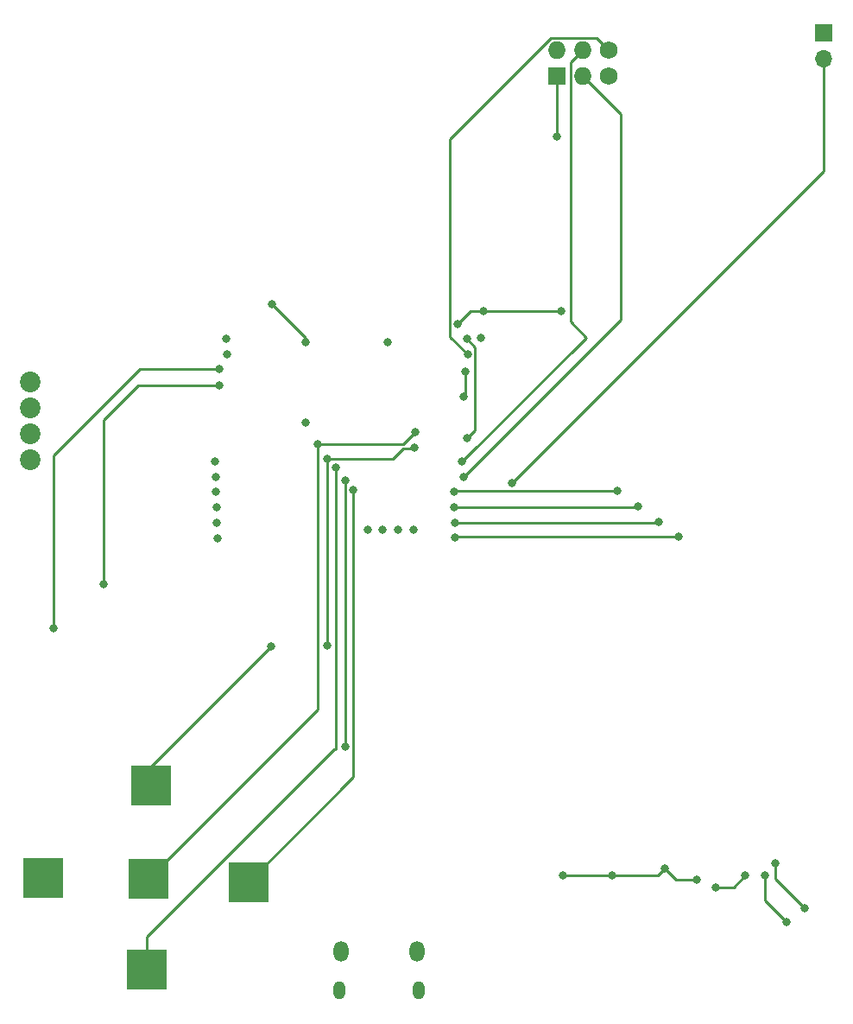
<source format=gbr>
%TF.GenerationSoftware,KiCad,Pcbnew,(5.1.10)-1*%
%TF.CreationDate,2021-11-08T11:40:21-08:00*%
%TF.ProjectId,ProspectBoards,50726f73-7065-4637-9442-6f617264732e,rev?*%
%TF.SameCoordinates,Original*%
%TF.FileFunction,Copper,L1,Top*%
%TF.FilePolarity,Positive*%
%FSLAX46Y46*%
G04 Gerber Fmt 4.6, Leading zero omitted, Abs format (unit mm)*
G04 Created by KiCad (PCBNEW (5.1.10)-1) date 2021-11-08 11:40:21*
%MOMM*%
%LPD*%
G01*
G04 APERTURE LIST*
%TA.AperFunction,ComponentPad*%
%ADD10R,1.700000X1.700000*%
%TD*%
%TA.AperFunction,ComponentPad*%
%ADD11O,1.700000X1.700000*%
%TD*%
%TA.AperFunction,ComponentPad*%
%ADD12O,1.150000X1.800000*%
%TD*%
%TA.AperFunction,ComponentPad*%
%ADD13O,1.450000X2.000000*%
%TD*%
%TA.AperFunction,ComponentPad*%
%ADD14C,1.727200*%
%TD*%
%TA.AperFunction,ComponentPad*%
%ADD15O,1.727200X1.727200*%
%TD*%
%TA.AperFunction,ComponentPad*%
%ADD16R,1.727200X1.727200*%
%TD*%
%TA.AperFunction,SMDPad,CuDef*%
%ADD17R,4.000000X4.000000*%
%TD*%
%TA.AperFunction,ComponentPad*%
%ADD18C,2.020000*%
%TD*%
%TA.AperFunction,ViaPad*%
%ADD19C,0.800000*%
%TD*%
%TA.AperFunction,Conductor*%
%ADD20C,0.250000*%
%TD*%
G04 APERTURE END LIST*
D10*
%TO.P,J1,1*%
%TO.N,GND*%
X159325000Y-50200000D03*
D11*
%TO.P,J1,2*%
%TO.N,Boot*%
X159325000Y-52740000D03*
%TD*%
D12*
%TO.P,J3,6*%
%TO.N,Net-(J3-Pad6)*%
X111825000Y-144000000D03*
X119575000Y-144000000D03*
D13*
X111975000Y-140200000D03*
X119425000Y-140200000D03*
%TD*%
D14*
%TO.P,X1,5*%
%TO.N,IO01*%
X138180200Y-51898400D03*
%TO.P,X1,6*%
%TO.N,IO02*%
X138180200Y-54438400D03*
D15*
%TO.P,X1,3*%
%TO.N,IO08*%
X135640200Y-51898400D03*
%TO.P,X1,4*%
%TO.N,IO09*%
X135640200Y-54438400D03*
%TO.P,X1,1*%
%TO.N,VCC*%
X133100200Y-51898400D03*
D16*
%TO.P,X1,2*%
%TO.N,GND*%
X133100200Y-54438400D03*
%TD*%
D17*
%TO.P,TP5,1*%
%TO.N,IO05*%
X102875000Y-133375000D03*
%TD*%
%TO.P,TP4,1*%
%TO.N,IO04*%
X82775000Y-132950000D03*
%TD*%
%TO.P,TP3,1*%
%TO.N,IO03*%
X92950000Y-141950000D03*
%TD*%
%TO.P,TP2,1*%
%TO.N,IO07*%
X93350000Y-123925000D03*
%TD*%
%TO.P,TP1,1*%
%TO.N,IO06*%
X93075000Y-133075000D03*
%TD*%
D18*
%TO.P,J2,4*%
%TO.N,IO39*%
X81525000Y-91970000D03*
%TO.P,J2,3*%
%TO.N,IO40*%
X81525000Y-89430000D03*
%TO.P,J2,2*%
%TO.N,IO41*%
X81525000Y-86890000D03*
%TO.P,J2,1*%
%TO.N,IO42*%
X81525000Y-84350000D03*
%TD*%
D19*
%TO.N,*%
X157425000Y-135950000D03*
X154525000Y-131550000D03*
%TO.N,GND*%
X133700000Y-132725000D03*
X105200000Y-76800000D03*
X108500000Y-80525000D03*
X116575000Y-80500000D03*
X108475000Y-88375000D03*
X146825000Y-133125000D03*
X143750000Y-132050000D03*
X138525000Y-132725000D03*
X133100200Y-60374800D03*
X124150000Y-83350000D03*
X124025000Y-85825000D03*
X125675000Y-80100000D03*
%TO.N,VCC*%
X133550000Y-77400000D03*
X123375000Y-78725000D03*
X125950000Y-77400000D03*
%TO.N,VBUS*%
X148750000Y-133875000D03*
X151600000Y-132750000D03*
%TO.N,IO10*%
X139075000Y-95050000D03*
X123075000Y-95150004D03*
%TO.N,IO11*%
X141050000Y-96575000D03*
X123075000Y-96675000D03*
%TO.N,IO12*%
X143125000Y-98100000D03*
X123100000Y-98200000D03*
%TO.N,IO13*%
X145050000Y-99575000D03*
X123124991Y-99650009D03*
%TO.N,Boot*%
X124300000Y-80175000D03*
X124350000Y-89850000D03*
X128750000Y-94300000D03*
%TO.N,Net-(R2-Pad1)*%
X153500000Y-132725000D03*
X155625000Y-137325000D03*
%TO.N,IO01*%
X124375000Y-81675000D03*
%TO.N,IO03*%
X111450000Y-92750000D03*
%TO.N,IO04*%
X112350000Y-94000000D03*
X112350000Y-120100000D03*
X82700000Y-132925000D03*
%TO.N,IO05*%
X113150000Y-95000000D03*
%TO.N,IO46*%
X100725000Y-80175000D03*
%TO.N,IO45*%
X100775000Y-81675000D03*
%TO.N,IO38*%
X99600000Y-92175000D03*
%TO.N,IO37*%
X99700000Y-93675000D03*
%TO.N,IO36*%
X99725000Y-95175000D03*
%TO.N,IO35*%
X99775000Y-96675000D03*
%TO.N,IO34*%
X99775000Y-98175000D03*
%TO.N,IO33*%
X99850000Y-99675000D03*
%TO.N,IO17*%
X114550000Y-98875000D03*
%TO.N,IO16*%
X116050000Y-98875000D03*
%TO.N,IO15*%
X117550000Y-98850000D03*
%TO.N,IO14*%
X119050000Y-98875000D03*
%TO.N,IO06*%
X119250000Y-89300000D03*
X109650000Y-90475000D03*
%TO.N,IO07*%
X119125000Y-90775000D03*
X110575000Y-110236410D03*
X105150000Y-110300000D03*
X110575000Y-91925000D03*
%TO.N,IO08*%
X123850000Y-92175000D03*
%TO.N,IO09*%
X123950000Y-93675000D03*
%TO.N,USB_TX_ESP_RX*%
X83800000Y-108500000D03*
X100025000Y-83150000D03*
%TO.N,USB_RX_ESP_TX*%
X88675000Y-104225000D03*
X100000000Y-84700000D03*
%TD*%
D20*
%TO.N,*%
X154525000Y-133050000D02*
X157425000Y-135950000D01*
X154525000Y-131550000D02*
X154525000Y-133050000D01*
%TO.N,GND*%
X108500000Y-80100000D02*
X108500000Y-80525000D01*
X105200000Y-76800000D02*
X108500000Y-80100000D01*
X144825000Y-133125000D02*
X143750000Y-132050000D01*
X146825000Y-133125000D02*
X144825000Y-133125000D01*
X143075000Y-132725000D02*
X143750000Y-132050000D01*
X133700000Y-132725000D02*
X138525000Y-132725000D01*
X138525000Y-132725000D02*
X143075000Y-132725000D01*
X133100200Y-54438400D02*
X133100200Y-60374800D01*
X124150000Y-85700000D02*
X124025000Y-85825000D01*
X124150000Y-83350000D02*
X124150000Y-85700000D01*
%TO.N,VCC*%
X124700000Y-77400000D02*
X123375000Y-78725000D01*
X123300000Y-78650000D02*
X123375000Y-78725000D01*
X125950000Y-77400000D02*
X124700000Y-77400000D01*
X133550000Y-77400000D02*
X125950000Y-77400000D01*
%TO.N,VBUS*%
X148750000Y-133875000D02*
X150475000Y-133875000D01*
X150475000Y-133875000D02*
X151600000Y-132750000D01*
%TO.N,IO10*%
X139075000Y-95050000D02*
X124375000Y-95050000D01*
X124375000Y-95050000D02*
X123175004Y-95050000D01*
X123175004Y-95050000D02*
X123075000Y-95150004D01*
%TO.N,IO11*%
X141050000Y-96575000D02*
X140975000Y-96650000D01*
X140975000Y-96650000D02*
X123175000Y-96650000D01*
%TO.N,IO12*%
X143075000Y-98150000D02*
X123425000Y-98150000D01*
X143125000Y-98100000D02*
X143075000Y-98150000D01*
%TO.N,IO13*%
X145050000Y-99575000D02*
X123200000Y-99575000D01*
X123200000Y-99575000D02*
X123124991Y-99650009D01*
%TO.N,Boot*%
X125100001Y-80975001D02*
X125100001Y-89099999D01*
X124300000Y-80175000D02*
X125100001Y-80975001D01*
X125100001Y-89099999D02*
X124350000Y-89850000D01*
X124350000Y-89850000D02*
X124350000Y-89850000D01*
X159325000Y-63725000D02*
X159325000Y-52740000D01*
X128750000Y-94300000D02*
X159325000Y-63725000D01*
%TO.N,Net-(R2-Pad1)*%
X153500000Y-132725000D02*
X153500000Y-135200000D01*
X153500000Y-135200000D02*
X155625000Y-137325000D01*
%TO.N,IO01*%
X136991599Y-50709799D02*
X138180200Y-51898400D01*
X132529671Y-50709799D02*
X136991599Y-50709799D01*
X122649999Y-60589471D02*
X132529671Y-50709799D01*
X122649999Y-79949999D02*
X122649999Y-60589471D01*
X124375000Y-81675000D02*
X122649999Y-79949999D01*
%TO.N,IO03*%
X111425000Y-92775000D02*
X111425000Y-120375000D01*
X111450000Y-92750000D02*
X111425000Y-92775000D01*
X92950000Y-138714998D02*
X92950000Y-141950000D01*
X111289998Y-120375000D02*
X92950000Y-138714998D01*
X111425000Y-120375000D02*
X111289998Y-120375000D01*
%TO.N,IO04*%
X112350000Y-94000000D02*
X112350000Y-118196412D01*
X112350000Y-118196412D02*
X112350000Y-120100000D01*
X112350000Y-120100000D02*
X112350000Y-120100000D01*
%TO.N,IO05*%
X113150000Y-117975000D02*
X113150000Y-118032822D01*
X113150000Y-95000000D02*
X113150000Y-117975000D01*
X113150000Y-123100000D02*
X113150000Y-117975000D01*
X102875000Y-133375000D02*
X113150000Y-123100000D01*
%TO.N,IO06*%
X109650000Y-116500000D02*
X93075000Y-133075000D01*
X109650000Y-90475000D02*
X109650000Y-90475000D01*
X118075000Y-90475000D02*
X119250000Y-89300000D01*
X109650000Y-90475000D02*
X118075000Y-90475000D01*
X109650000Y-90475000D02*
X109650000Y-116500000D01*
%TO.N,IO07*%
X110575000Y-91925000D02*
X110575000Y-91925000D01*
X110575000Y-110236410D02*
X110575000Y-110236410D01*
X93350000Y-123925000D02*
X93350000Y-122100000D01*
X93350000Y-122100000D02*
X105150000Y-110300000D01*
X118974990Y-90925010D02*
X119125000Y-90775000D01*
X118049990Y-90925010D02*
X118974990Y-90925010D01*
X117050000Y-91925000D02*
X118049990Y-90925010D01*
X110575000Y-91925000D02*
X117050000Y-91925000D01*
X110575000Y-91925000D02*
X110575000Y-110236410D01*
%TO.N,IO08*%
X123850000Y-92175000D02*
X136000000Y-80025000D01*
X134451599Y-53087001D02*
X135640200Y-51898400D01*
X134451599Y-78476599D02*
X134451599Y-53087001D01*
X136000000Y-80025000D02*
X134451599Y-78476599D01*
%TO.N,IO09*%
X139368801Y-58167001D02*
X135640200Y-54438400D01*
X139368801Y-78256199D02*
X139368801Y-58167001D01*
X123950000Y-93675000D02*
X139368801Y-78256199D01*
%TO.N,USB_TX_ESP_RX*%
X83800000Y-108500000D02*
X83800000Y-91600000D01*
X92250000Y-83150000D02*
X100025000Y-83150000D01*
X83800000Y-91600000D02*
X92250000Y-83150000D01*
%TO.N,USB_RX_ESP_TX*%
X88675000Y-104225000D02*
X88675000Y-88075000D01*
X88675000Y-88075000D02*
X92050000Y-84700000D01*
X92050000Y-84700000D02*
X100000000Y-84700000D01*
%TD*%
M02*

</source>
